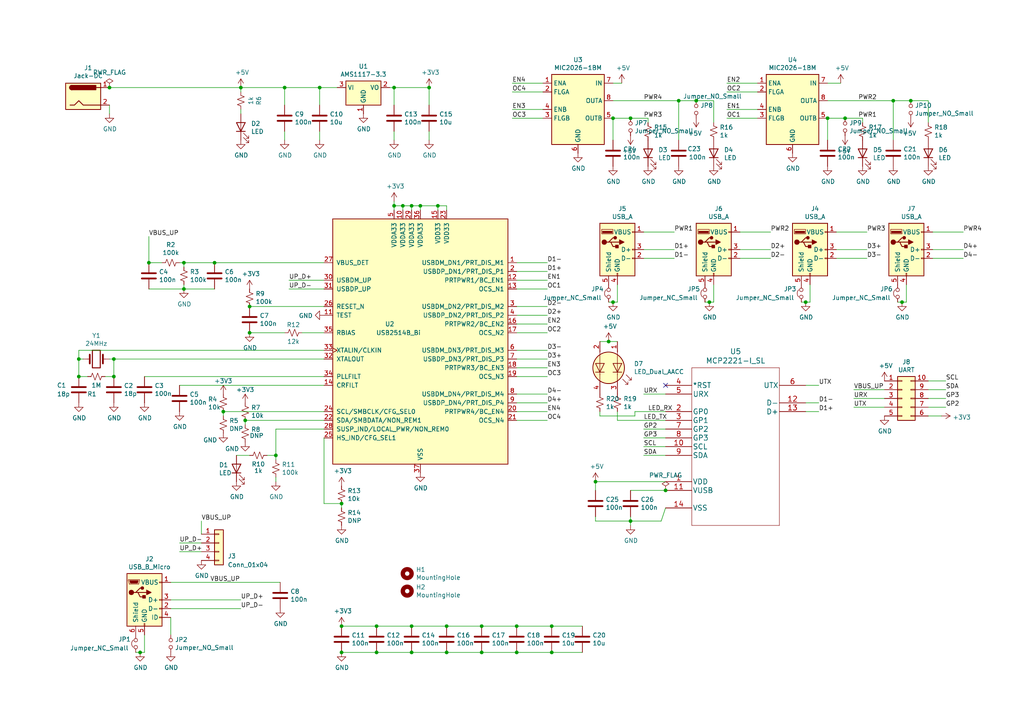
<source format=kicad_sch>
(kicad_sch (version 20230121) (generator eeschema)
  (paper "A4")
  (junction (at 177.8 34.29))
  (junction (at 82.55 25.4))
  (junction (at 182.88 151.13))
  (junction (at 149.86 189.23))
  (junction (at 233.68 87.63))
  (junction (at 139.7 189.23))
  (junction (at 33.02 104.14))
  (junction (at 64.77 119.38))
  (junction (at 31.75 25.4))
  (junction (at 69.85 25.4))
  (junction (at 201.93 29.21))
  (junction (at 92.71 25.4))
  (junction (at 72.39 96.52))
  (junction (at 119.38 59.69))
  (junction (at 121.92 59.69))
  (junction (at 119.38 189.23))
  (junction (at 72.39 88.9))
  (junction (at 109.22 181.61))
  (junction (at 40.64 189.23))
  (junction (at 205.74 87.63))
  (junction (at 80.01 132.08))
  (junction (at 261.62 87.63))
  (junction (at 33.02 109.22))
  (junction (at 53.34 76.2))
  (junction (at 22.86 104.14))
  (junction (at 116.84 59.69))
  (junction (at 182.88 34.29))
  (junction (at 196.85 29.21))
  (junction (at 176.53 99.06))
  (junction (at 129.54 181.61))
  (junction (at 43.18 76.2))
  (junction (at 114.3 59.69))
  (junction (at 62.23 76.2))
  (junction (at 264.16 29.21))
  (junction (at 124.46 25.4))
  (junction (at 22.86 109.22))
  (junction (at 99.06 181.61))
  (junction (at 172.72 139.7))
  (junction (at 160.02 189.23))
  (junction (at 129.54 189.23))
  (junction (at 177.8 87.63))
  (junction (at 99.06 146.05))
  (junction (at 193.04 142.24))
  (junction (at 240.03 34.29))
  (junction (at 114.3 25.4))
  (junction (at 245.11 34.29))
  (junction (at 149.86 181.61))
  (junction (at 119.38 181.61))
  (junction (at 127 59.69))
  (junction (at 71.12 121.92))
  (junction (at 53.34 83.82))
  (junction (at 160.02 181.61))
  (junction (at 139.7 181.61))
  (junction (at 99.06 189.23))
  (junction (at 109.22 189.23))
  (junction (at 259.08 29.21))
  (no_connect (at 193.04 111.76))
  (wire (pts (xy 234.95 87.63) (xy 234.95 82.55)))
  (wire (pts (xy 214.63 72.39) (xy 223.52 72.39)))
  (wire (pts (xy 269.24 118.11) (xy 274.32 118.11)))
  (wire (pts (xy 92.71 25.4) (xy 97.79 25.4)))
  (wire (pts (xy 207.01 87.63) (xy 207.01 82.55)))
  (wire (pts (xy 49.53 176.53) (xy 69.85 176.53)))
  (wire (pts (xy 49.53 173.99) (xy 69.85 173.99)))
  (wire (pts (xy 179.07 121.92) (xy 179.07 119.38)))
  (wire (pts (xy 93.98 81.28) (xy 83.82 81.28)))
  (wire (pts (xy 168.91 181.61) (xy 160.02 181.61)))
  (wire (pts (xy 149.86 104.14) (xy 158.75 104.14)))
  (wire (pts (xy 53.34 76.2) (xy 62.23 76.2)))
  (wire (pts (xy 247.65 115.57) (xy 256.54 115.57)))
  (wire (pts (xy 245.11 34.29) (xy 250.19 34.29)))
  (wire (pts (xy 93.98 121.92) (xy 71.12 121.92)))
  (wire (pts (xy 53.34 82.55) (xy 53.34 83.82)))
  (wire (pts (xy 149.86 116.84) (xy 158.75 116.84)))
  (wire (pts (xy 269.24 110.49) (xy 274.32 110.49)))
  (wire (pts (xy 114.3 58.42) (xy 114.3 59.69)))
  (wire (pts (xy 173.99 99.06) (xy 176.53 99.06)))
  (wire (pts (xy 182.88 151.13) (xy 191.77 151.13)))
  (wire (pts (xy 214.63 74.93) (xy 223.52 74.93)))
  (wire (pts (xy 262.89 87.63) (xy 262.89 82.55)))
  (wire (pts (xy 53.34 83.82) (xy 62.23 83.82)))
  (wire (pts (xy 233.68 111.76) (xy 237.49 111.76)))
  (wire (pts (xy 124.46 25.4) (xy 124.46 30.48)))
  (wire (pts (xy 219.71 24.13) (xy 210.82 24.13)))
  (wire (pts (xy 40.64 189.23) (xy 41.91 189.23)))
  (wire (pts (xy 233.68 119.38) (xy 237.49 119.38)))
  (wire (pts (xy 72.39 132.08) (xy 68.58 132.08)))
  (wire (pts (xy 22.86 101.6) (xy 22.86 104.14)))
  (wire (pts (xy 80.01 124.46) (xy 80.01 132.08)))
  (wire (pts (xy 269.24 115.57) (xy 274.32 115.57)))
  (wire (pts (xy 157.48 34.29) (xy 148.59 34.29)))
  (wire (pts (xy 39.37 189.23) (xy 40.64 189.23)))
  (wire (pts (xy 261.62 87.63) (xy 262.89 87.63)))
  (wire (pts (xy 82.55 25.4) (xy 92.71 25.4)))
  (wire (pts (xy 201.93 29.21) (xy 207.01 29.21)))
  (wire (pts (xy 113.03 25.4) (xy 114.3 25.4)))
  (wire (pts (xy 232.41 87.63) (xy 233.68 87.63)))
  (wire (pts (xy 25.4 109.22) (xy 22.86 109.22)))
  (wire (pts (xy 77.47 132.08) (xy 80.01 132.08)))
  (wire (pts (xy 243.84 24.13) (xy 240.03 24.13)))
  (wire (pts (xy 43.18 76.2) (xy 43.18 68.58)))
  (wire (pts (xy 149.86 81.28) (xy 158.75 81.28)))
  (wire (pts (xy 121.92 59.69) (xy 127 59.69)))
  (wire (pts (xy 33.02 109.22) (xy 33.02 104.14)))
  (wire (pts (xy 116.84 59.69) (xy 119.38 59.69)))
  (wire (pts (xy 82.55 96.52) (xy 72.39 96.52)))
  (wire (pts (xy 160.02 189.23) (xy 168.91 189.23)))
  (wire (pts (xy 149.86 181.61) (xy 139.7 181.61)))
  (wire (pts (xy 109.22 189.23) (xy 119.38 189.23)))
  (wire (pts (xy 41.91 109.22) (xy 93.98 109.22)))
  (wire (pts (xy 80.01 124.46) (xy 93.98 124.46)))
  (wire (pts (xy 82.55 38.1) (xy 82.55 40.64)))
  (wire (pts (xy 149.86 121.92) (xy 158.75 121.92)))
  (wire (pts (xy 52.07 111.76) (xy 93.98 111.76)))
  (wire (pts (xy 242.57 67.31) (xy 251.46 67.31)))
  (wire (pts (xy 157.48 31.75) (xy 148.59 31.75)))
  (wire (pts (xy 99.06 189.23) (xy 109.22 189.23)))
  (wire (pts (xy 182.88 34.29) (xy 187.96 34.29)))
  (wire (pts (xy 173.99 120.65) (xy 173.99 119.38)))
  (wire (pts (xy 127 60.96) (xy 127 59.69)))
  (wire (pts (xy 124.46 40.64) (xy 124.46 38.1)))
  (wire (pts (xy 43.18 76.2) (xy 46.99 76.2)))
  (wire (pts (xy 186.69 67.31) (xy 195.58 67.31)))
  (wire (pts (xy 93.98 101.6) (xy 22.86 101.6)))
  (wire (pts (xy 193.04 127) (xy 186.69 127)))
  (wire (pts (xy 119.38 59.69) (xy 121.92 59.69)))
  (wire (pts (xy 186.69 124.46) (xy 193.04 124.46)))
  (wire (pts (xy 93.98 119.38) (xy 64.77 119.38)))
  (wire (pts (xy 114.3 38.1) (xy 114.3 40.64)))
  (wire (pts (xy 87.63 96.52) (xy 93.98 96.52)))
  (wire (pts (xy 52.07 157.48) (xy 58.42 157.48)))
  (wire (pts (xy 187.96 35.56) (xy 187.96 34.29)))
  (wire (pts (xy 149.86 88.9) (xy 158.75 88.9)))
  (wire (pts (xy 149.86 76.2) (xy 158.75 76.2)))
  (wire (pts (xy 72.39 88.9) (xy 93.98 88.9)))
  (wire (pts (xy 193.04 114.3) (xy 186.69 114.3)))
  (wire (pts (xy 149.86 101.6) (xy 158.75 101.6)))
  (wire (pts (xy 80.01 133.35) (xy 80.01 132.08)))
  (wire (pts (xy 33.02 104.14) (xy 31.75 104.14)))
  (wire (pts (xy 179.07 99.06) (xy 176.53 99.06)))
  (wire (pts (xy 71.12 121.92) (xy 71.12 123.19)))
  (wire (pts (xy 204.47 87.63) (xy 205.74 87.63)))
  (wire (pts (xy 127 59.69) (xy 129.54 59.69)))
  (wire (pts (xy 186.69 129.54) (xy 193.04 129.54)))
  (wire (pts (xy 177.8 40.64) (xy 177.8 34.29)))
  (wire (pts (xy 69.85 25.4) (xy 82.55 25.4)))
  (wire (pts (xy 179.07 121.92) (xy 193.04 121.92)))
  (wire (pts (xy 250.19 35.56) (xy 250.19 34.29)))
  (wire (pts (xy 219.71 31.75) (xy 210.82 31.75)))
  (wire (pts (xy 41.91 189.23) (xy 41.91 184.15)))
  (wire (pts (xy 49.53 168.91) (xy 81.28 168.91)))
  (wire (pts (xy 196.85 29.21) (xy 201.93 29.21)))
  (wire (pts (xy 247.65 113.03) (xy 256.54 113.03)))
  (wire (pts (xy 49.53 184.15) (xy 49.53 179.07)))
  (wire (pts (xy 260.35 87.63) (xy 261.62 87.63)))
  (wire (pts (xy 93.98 83.82) (xy 83.82 83.82)))
  (wire (pts (xy 58.42 154.94) (xy 58.42 151.13)))
  (wire (pts (xy 149.86 93.98) (xy 158.75 93.98)))
  (wire (pts (xy 205.74 87.63) (xy 207.01 87.63)))
  (wire (pts (xy 53.34 77.47) (xy 53.34 76.2)))
  (wire (pts (xy 182.88 151.13) (xy 172.72 151.13)))
  (wire (pts (xy 129.54 181.61) (xy 119.38 181.61)))
  (wire (pts (xy 172.72 151.13) (xy 172.72 149.86)))
  (wire (pts (xy 180.34 24.13) (xy 177.8 24.13)))
  (wire (pts (xy 182.88 152.4) (xy 182.88 151.13)))
  (wire (pts (xy 114.3 59.69) (xy 114.3 60.96)))
  (wire (pts (xy 184.15 120.65) (xy 173.99 120.65)))
  (wire (pts (xy 179.07 87.63) (xy 179.07 82.55)))
  (wire (pts (xy 149.86 83.82) (xy 158.75 83.82)))
  (wire (pts (xy 177.8 29.21) (xy 196.85 29.21)))
  (wire (pts (xy 149.86 109.22) (xy 158.75 109.22)))
  (wire (pts (xy 62.23 76.2) (xy 93.98 76.2)))
  (wire (pts (xy 270.51 74.93) (xy 279.4 74.93)))
  (wire (pts (xy 52.07 160.02) (xy 58.42 160.02)))
  (wire (pts (xy 149.86 96.52) (xy 158.75 96.52)))
  (wire (pts (xy 177.8 34.29) (xy 182.88 34.29)))
  (wire (pts (xy 191.77 151.13) (xy 193.04 147.32)))
  (wire (pts (xy 193.04 132.08) (xy 186.69 132.08)))
  (wire (pts (xy 80.01 139.7) (xy 80.01 138.43)))
  (wire (pts (xy 114.3 59.69) (xy 116.84 59.69)))
  (wire (pts (xy 186.69 72.39) (xy 195.58 72.39)))
  (wire (pts (xy 33.02 104.14) (xy 93.98 104.14)))
  (wire (pts (xy 172.72 142.24) (xy 172.72 139.7)))
  (wire (pts (xy 114.3 25.4) (xy 124.46 25.4)))
  (wire (pts (xy 256.54 118.11) (xy 247.65 118.11)))
  (wire (pts (xy 69.85 31.75) (xy 69.85 33.02)))
  (wire (pts (xy 270.51 67.31) (xy 279.4 67.31)))
  (wire (pts (xy 237.49 116.84) (xy 233.68 116.84)))
  (wire (pts (xy 52.07 76.2) (xy 53.34 76.2)))
  (wire (pts (xy 184.15 119.38) (xy 193.04 119.38)))
  (wire (pts (xy 172.72 139.7) (xy 193.04 139.7)))
  (wire (pts (xy 109.22 181.61) (xy 99.06 181.61)))
  (wire (pts (xy 184.15 119.38) (xy 184.15 120.65)))
  (wire (pts (xy 139.7 181.61) (xy 129.54 181.61)))
  (wire (pts (xy 92.71 40.64) (xy 92.71 38.1)))
  (wire (pts (xy 149.86 189.23) (xy 160.02 189.23)))
  (wire (pts (xy 242.57 72.39) (xy 251.46 72.39)))
  (wire (pts (xy 182.88 151.13) (xy 182.88 149.86)))
  (wire (pts (xy 214.63 67.31) (xy 223.52 67.31)))
  (wire (pts (xy 149.86 119.38) (xy 158.75 119.38)))
  (wire (pts (xy 160.02 181.61) (xy 149.86 181.61)))
  (wire (pts (xy 196.85 40.64) (xy 196.85 29.21)))
  (wire (pts (xy 219.71 26.67) (xy 210.82 26.67)))
  (wire (pts (xy 182.88 142.24) (xy 193.04 142.24)))
  (wire (pts (xy 22.86 104.14) (xy 24.13 104.14)))
  (wire (pts (xy 149.86 91.44) (xy 158.75 91.44)))
  (wire (pts (xy 64.77 119.38) (xy 64.77 120.65)))
  (wire (pts (xy 129.54 59.69) (xy 129.54 60.96)))
  (wire (pts (xy 233.68 87.63) (xy 234.95 87.63)))
  (wire (pts (xy 269.24 113.03) (xy 274.32 113.03)))
  (wire (pts (xy 149.86 78.74) (xy 158.75 78.74)))
  (wire (pts (xy 157.48 26.67) (xy 148.59 26.67)))
  (wire (pts (xy 93.98 146.05) (xy 99.06 146.05)))
  (wire (pts (xy 139.7 189.23) (xy 149.86 189.23)))
  (wire (pts (xy 31.75 25.4) (xy 69.85 25.4)))
  (wire (pts (xy 186.69 74.93) (xy 195.58 74.93)))
  (wire (pts (xy 269.24 29.21) (xy 269.24 35.56)))
  (wire (pts (xy 149.86 114.3) (xy 158.75 114.3)))
  (wire (pts (xy 219.71 34.29) (xy 210.82 34.29)))
  (wire (pts (xy 119.38 181.61) (xy 109.22 181.61)))
  (wire (pts (xy 30.48 109.22) (xy 33.02 109.22)))
  (wire (pts (xy 69.85 26.67) (xy 69.85 25.4)))
  (wire (pts (xy 259.08 40.64) (xy 259.08 29.21)))
  (wire (pts (xy 121.92 60.96) (xy 121.92 59.69)))
  (wire (pts (xy 242.57 74.93) (xy 251.46 74.93)))
  (wire (pts (xy 116.84 60.96) (xy 116.84 59.69)))
  (wire (pts (xy 31.75 33.02) (xy 31.75 30.48)))
  (wire (pts (xy 157.48 24.13) (xy 148.59 24.13)))
  (wire (pts (xy 82.55 25.4) (xy 82.55 30.48)))
  (wire (pts (xy 22.86 109.22) (xy 22.86 104.14)))
  (wire (pts (xy 92.71 25.4) (xy 92.71 30.48)))
  (wire (pts (xy 240.03 40.64) (xy 240.03 34.29)))
  (wire (pts (xy 119.38 189.23) (xy 129.54 189.23)))
  (wire (pts (xy 259.08 29.21) (xy 264.16 29.21)))
  (wire (pts (xy 114.3 25.4) (xy 114.3 30.48)))
  (wire (pts (xy 177.8 87.63) (xy 179.07 87.63)))
  (wire (pts (xy 269.24 120.65) (xy 273.05 120.65)))
  (wire (pts (xy 240.03 34.29) (xy 245.11 34.29)))
  (wire (pts (xy 119.38 60.96) (xy 119.38 59.69)))
  (wire (pts (xy 99.06 146.05) (xy 99.06 147.32)))
  (wire (pts (xy 93.98 127) (xy 93.98 146.05)))
  (wire (pts (xy 149.86 106.68) (xy 158.75 106.68)))
  (wire (pts (xy 176.53 87.63) (xy 177.8 87.63)))
  (wire (pts (xy 240.03 29.21) (xy 259.08 29.21)))
  (wire (pts (xy 129.54 189.23) (xy 139.7 189.23)))
  (wire (pts (xy 270.51 72.39) (xy 279.4 72.39)))
  (wire (pts (xy 43.18 83.82) (xy 53.34 83.82)))
  (wire (pts (xy 207.01 29.21) (xy 207.01 35.56)))
  (wire (pts (xy 264.16 29.21) (xy 269.24 29.21)))
  (label "D2+" (at 158.75 91.44 0))
  (label "D3-" (at 158.75 101.6 0))
  (label "UTX" (at 247.65 118.11 0))
  (label "D3+" (at 251.46 72.39 0))
  (label "UTX" (at 237.49 111.76 0))
  (label "OC4" (at 158.75 121.92 0))
  (label "GP2" (at 274.32 118.11 0))
  (label "URX" (at 186.69 114.3 0))
  (label "EN4" (at 148.59 24.13 0))
  (label "VBUS_UP" (at 43.18 68.58 0))
  (label "OC2" (at 158.75 96.52 0))
  (label "D1-" (at 195.58 74.93 0))
  (label "OC3" (at 148.59 34.29 0))
  (label "VBUS_UP" (at 60.96 168.91 0))
  (label "D1-" (at 237.49 116.84 0))
  (label "UP_D-" (at 69.85 176.53 0))
  (label "PWR2" (at 248.92 29.21 0))
  (label "LED_TX" (at 186.69 121.92 0))
  (label "PWR3" (at 251.46 67.31 0))
  (label "GP3" (at 186.69 127 0))
  (label "UP_D+" (at 52.07 160.02 0))
  (label "SDA" (at 274.32 113.03 0))
  (label "D2+" (at 223.52 72.39 0))
  (label "PWR3" (at 186.69 34.29 0))
  (label "URX" (at 247.65 115.57 0))
  (label "PWR4" (at 186.69 29.21 0))
  (label "EN1" (at 158.75 81.28 0))
  (label "EN3" (at 148.59 31.75 0))
  (label "D1+" (at 237.49 119.38 0))
  (label "EN2" (at 158.75 93.98 0))
  (label "D3-" (at 251.46 74.93 0))
  (label "UP_D+" (at 83.82 81.28 0))
  (label "PWR2" (at 223.52 67.31 0))
  (label "PWR4" (at 279.4 67.31 0))
  (label "OC2" (at 210.82 26.67 0))
  (label "PWR1" (at 248.92 34.29 0))
  (label "VBUS_UP" (at 58.42 151.13 0))
  (label "EN4" (at 158.75 119.38 0))
  (label "VBUS_UP" (at 247.65 113.03 0))
  (label "GP3" (at 274.32 115.57 0))
  (label "SCL" (at 274.32 110.49 0))
  (label "OC4" (at 148.59 26.67 0))
  (label "D2-" (at 158.75 88.9 0))
  (label "D2-" (at 223.52 74.93 0))
  (label "OC1" (at 210.82 34.29 0))
  (label "D4-" (at 279.4 74.93 0))
  (label "D4+" (at 158.75 116.84 0))
  (label "D4-" (at 158.75 114.3 0))
  (label "D1+" (at 195.58 72.39 0))
  (label "EN1" (at 210.82 31.75 0))
  (label "D3+" (at 158.75 104.14 0))
  (label "D1-" (at 158.75 76.2 0))
  (label "LED_RX" (at 187.96 119.38 0))
  (label "PWR1" (at 195.58 67.31 0))
  (label "GP2" (at 186.69 124.46 0))
  (label "EN2" (at 210.82 24.13 0))
  (label "OC1" (at 158.75 83.82 0))
  (label "UP_D+" (at 69.85 173.99 0))
  (label "EN3" (at 158.75 106.68 0))
  (label "D1+" (at 158.75 78.74 0))
  (label "UP_D-" (at 83.82 83.82 0))
  (label "SDA" (at 186.69 132.08 0))
  (label "OC3" (at 158.75 109.22 0))
  (label "SCL" (at 186.69 129.54 0))
  (label "UP_D-" (at 52.07 157.48 0))
  (label "D4+" (at 279.4 72.39 0))
  (symbol (lib_id "Interface_USB:USB2514B_Bi") (at 121.92 99.06 0) (unit 1)
    (property "Reference" "U2" (at 113.03 93.98 0))
    (property "Value" "USB2514B_Bi" (at 115.57 96.52 0))
    (property "Footprint" "Package_DFN_QFN:QFN-36-1EP_6x6mm_P0.5mm_EP3.7x3.7mm" (effects hide))
    (property "Datasheet" "http://ww1.microchip.com/downloads/en/DeviceDoc/00001692C.pdf" (effects hide))
  )
  (symbol (lib_id "Device:Crystal") (at 27.94 104.14 0) (unit 1)
    (property "Reference" "Y1" (at 27.94 97.3328 0))
    (property "Value" "24MHz" (at 27.94 99.6442 0))
    (property "Footprint" "Crystal:Crystal_SMD_HC49-SD" (effects hide))
  )
  (symbol (lib_id "Device:R_Small_US") (at 74.93 132.08 90) (unit 1)
    (property "Reference" "R10" (at 74.93 134.62 90))
    (property "Value" "1k" (at 74.93 136.525 90))
    (property "Footprint" "Resistor_SMD:R_0603_1608Metric_Pad1.05x0.95mm_HandSolder" (effects hide))
  )
  (symbol (lib_id "Device:LED") (at 68.58 135.89 90) (unit 1)
    (property "Reference" "D1" (at 63.5 134.8486 90) (effects (justify right)))
    (property "Value" "LED" (at 63.5 137.16 90) (effects (justify right)))
    (property "Footprint" "LED_SMD:LED_0603_1608Metric_Pad1.05x0.95mm_HandSolder" (effects hide))
  )
  (symbol (lib_id "Device:R_Small_US") (at 72.39 86.36 0) (unit 1)
    (property "Reference" "R9" (at 74.1172 85.1916 0) (effects (justify left)))
    (property "Value" "100k" (at 74.1172 87.503 0) (effects (justify left)))
    (property "Footprint" "Resistor_SMD:R_0603_1608Metric_Pad1.05x0.95mm_HandSolder" (effects hide))
  )
  (symbol (lib_id "Device:R_Small_US") (at 27.94 109.22 90) (unit 1)
    (property "Reference" "R1" (at 26.67 114.3 90))
    (property "Value" "1M" (at 27.94 111.76 90))
    (property "Footprint" "Resistor_SMD:R_0603_1608Metric_Pad1.05x0.95mm_HandSolder" (effects hide))
  )
  (symbol (lib_id "power:GND") (at 68.58 139.7 0) (unit 1)
    (property "Reference" "#PWR012" (effects hide))
    (property "Value" "GND" (at 68.707 144.0942 0))
  )
  (symbol (lib_id "Device:C") (at 22.86 113.03 0) (unit 1)
    (property "Reference" "C1" (at 16.51 111.76 0) (effects (justify left)))
    (property "Value" "18p" (at 16.51 114.3 0) (effects (justify left)))
    (property "Footprint" "Capacitor_SMD:C_0603_1608Metric_Pad1.05x0.95mm_HandSolder" (effects hide))
  )
  (symbol (lib_id "Device:C") (at 33.02 113.03 0) (unit 1)
    (property "Reference" "C2" (at 35.941 111.8616 0) (effects (justify left)))
    (property "Value" "18p" (at 35.941 114.173 0) (effects (justify left)))
    (property "Footprint" "Capacitor_SMD:C_0603_1608Metric_Pad1.05x0.95mm_HandSolder" (effects hide))
  )
  (symbol (lib_id "power:GND") (at 22.86 116.84 0) (unit 1)
    (property "Reference" "#PWR01" (effects hide))
    (property "Value" "GND" (at 22.987 121.2342 0))
  )
  (symbol (lib_id "power:GND") (at 33.02 116.84 0) (unit 1)
    (property "Reference" "#PWR03" (effects hide))
    (property "Value" "GND" (at 33.147 121.2342 0))
  )
  (symbol (lib_id "Device:R_Small_US") (at 80.01 135.89 0) (unit 1)
    (property "Reference" "R11" (at 81.7372 134.7216 0) (effects (justify left)))
    (property "Value" "100k" (at 81.7372 137.033 0) (effects (justify left)))
    (property "Footprint" "Resistor_SMD:R_0603_1608Metric_Pad1.05x0.95mm_HandSolder" (effects hide))
  )
  (symbol (lib_id "power:GND") (at 80.01 139.7 0) (unit 1)
    (property "Reference" "#PWR019" (effects hide))
    (property "Value" "GND" (at 80.137 144.0942 0))
  )
  (symbol (lib_id "power:GND") (at 93.98 91.44 270) (unit 1)
    (property "Reference" "#PWR023" (effects hide))
    (property "Value" "GND" (at 90.7288 91.567 90) (effects (justify right)))
  )
  (symbol (lib_id "Device:C") (at 72.39 92.71 0) (unit 1)
    (property "Reference" "C7" (at 75.311 91.5416 0) (effects (justify left)))
    (property "Value" "100n" (at 75.311 93.853 0) (effects (justify left)))
    (property "Footprint" "Capacitor_SMD:C_0603_1608Metric_Pad1.05x0.95mm_HandSolder" (effects hide))
  )
  (symbol (lib_id "power:GND") (at 72.39 96.52 0) (unit 1)
    (property "Reference" "#PWR018" (effects hide))
    (property "Value" "GND" (at 72.517 100.9142 0))
  )
  (symbol (lib_id "Device:R_Small_US") (at 85.09 96.52 270) (unit 1)
    (property "Reference" "R12" (at 85.09 94.2086 90))
    (property "Value" "12k" (at 85.09 99.06 90))
    (property "Footprint" "Resistor_SMD:R_0603_1608Metric_Pad1.05x0.95mm_HandSolder" (effects hide))
  )
  (symbol (lib_id "usb_switch-rescue:+3.3V-power") (at 72.39 83.82 0) (unit 1)
    (property "Reference" "#PWR017" (effects hide))
    (property "Value" "+3.3V" (at 72.771 79.4258 0))
  )
  (symbol (lib_id "usb_switch-rescue:+3.3V-power") (at 114.3 58.42 0) (unit 1)
    (property "Reference" "#PWR030" (effects hide))
    (property "Value" "+3.3V" (at 114.681 54.0258 0))
  )
  (symbol (lib_id "power:GND") (at 121.92 137.16 0) (unit 1)
    (property "Reference" "#PWR031" (effects hide))
    (property "Value" "GND" (at 122.047 141.5542 0))
  )
  (symbol (lib_id "Device:R_Small_US") (at 53.34 80.01 0) (unit 1)
    (property "Reference" "R3" (at 55.0672 78.8416 0) (effects (justify left)))
    (property "Value" "100k" (at 55.0672 81.153 0) (effects (justify left)))
    (property "Footprint" "Resistor_SMD:R_0603_1608Metric_Pad1.05x0.95mm_HandSolder" (effects hide))
  )
  (symbol (lib_id "Device:R_Small_US") (at 49.53 76.2 270) (unit 1)
    (property "Reference" "R2" (at 49.53 70.993 90))
    (property "Value" "100k" (at 49.53 73.3044 90))
    (property "Footprint" "Resistor_SMD:R_0603_1608Metric_Pad1.05x0.95mm_HandSolder" (effects hide))
  )
  (symbol (lib_id "Device:C") (at 62.23 80.01 0) (unit 1)
    (property "Reference" "C6" (at 65.151 78.8416 0) (effects (justify left)))
    (property "Value" "100n" (at 65.151 81.153 0) (effects (justify left)))
    (property "Footprint" "Capacitor_SMD:C_0603_1608Metric_Pad1.05x0.95mm_HandSolder" (effects hide))
  )
  (symbol (lib_id "power:GND") (at 53.34 83.82 0) (unit 1)
    (property "Reference" "#PWR08" (effects hide))
    (property "Value" "GND" (at 53.467 88.2142 0))
  )
  (symbol (lib_id "Device:C") (at 43.18 80.01 0) (unit 1)
    (property "Reference" "C4" (at 46.101 78.8416 0) (effects (justify left)))
    (property "Value" "100n" (at 46.101 81.153 0) (effects (justify left)))
    (property "Footprint" "Capacitor_SMD:C_0603_1608Metric_Pad1.05x0.95mm_HandSolder" (effects hide))
  )
  (symbol (lib_id "Device:R_Small_US") (at 69.85 29.21 0) (unit 1)
    (property "Reference" "R6" (at 75.057 29.21 90))
    (property "Value" "1k" (at 72.7456 29.21 90))
    (property "Footprint" "Resistor_SMD:R_0603_1608Metric_Pad1.05x0.95mm_HandSolder" (effects hide))
  )
  (symbol (lib_id "Device:LED") (at 69.85 36.83 90) (unit 1)
    (property "Reference" "D2" (at 72.8218 35.8394 90) (effects (justify right)))
    (property "Value" "LED" (at 72.8218 38.1508 90) (effects (justify right)))
    (property "Footprint" "LED_SMD:LED_0603_1608Metric_Pad1.05x0.95mm_HandSolder" (effects hide))
  )
  (symbol (lib_id "power:GND") (at 69.85 40.64 0) (unit 1)
    (property "Reference" "#PWR014" (effects hide))
    (property "Value" "GND" (at 69.977 45.0342 0))
  )
  (symbol (lib_id "power:+5V") (at 69.85 25.4 0) (unit 1)
    (property "Reference" "#PWR013" (effects hide))
    (property "Value" "+5V" (at 70.231 21.0058 0))
  )
  (symbol (lib_id "Device:C") (at 82.55 34.29 0) (unit 1)
    (property "Reference" "C9" (at 85.471 33.1216 0) (effects (justify left)))
    (property "Value" "100n" (at 85.471 35.433 0) (effects (justify left)))
    (property "Footprint" "Capacitor_SMD:C_0603_1608Metric_Pad1.05x0.95mm_HandSolder" (effects hide))
  )
  (symbol (lib_id "Device:C") (at 92.71 34.29 0) (unit 1)
    (property "Reference" "C10" (at 95.631 33.1216 0) (effects (justify left)))
    (property "Value" "10u" (at 95.631 35.433 0) (effects (justify left)))
    (property "Footprint" "Capacitor_SMD:C_0603_1608Metric_Pad1.05x0.95mm_HandSolder" (effects hide))
  )
  (symbol (lib_id "power:GND") (at 82.55 40.64 0) (unit 1)
    (property "Reference" "#PWR021" (effects hide))
    (property "Value" "GND" (at 82.677 45.0342 0))
  )
  (symbol (lib_id "power:GND") (at 92.71 40.64 0) (unit 1)
    (property "Reference" "#PWR022" (effects hide))
    (property "Value" "GND" (at 92.837 45.0342 0))
  )
  (symbol (lib_id "Device:C") (at 99.06 185.42 0) (unit 1)
    (property "Reference" "C11" (at 101.981 184.2516 0) (effects (justify left)))
    (property "Value" "100n" (at 101.981 186.563 0) (effects (justify left)))
    (property "Footprint" "Capacitor_SMD:C_0603_1608Metric_Pad1.05x0.95mm_HandSolder" (effects hide))
  )
  (symbol (lib_id "Device:C") (at 109.22 185.42 0) (unit 1)
    (property "Reference" "C12" (at 112.141 184.2516 0) (effects (justify left)))
    (property "Value" "100n" (at 112.141 186.563 0) (effects (justify left)))
    (property "Footprint" "Capacitor_SMD:C_0603_1608Metric_Pad1.05x0.95mm_HandSolder" (effects hide))
  )
  (symbol (lib_id "Device:C") (at 119.38 185.42 0) (unit 1)
    (property "Reference" "C14" (at 122.301 184.2516 0) (effects (justify left)))
    (property "Value" "100n" (at 122.301 186.563 0) (effects (justify left)))
    (property "Footprint" "Capacitor_SMD:C_0603_1608Metric_Pad1.05x0.95mm_HandSolder" (effects hide))
  )
  (symbol (lib_id "Device:C") (at 129.54 185.42 0) (unit 1)
    (property "Reference" "C16" (at 132.461 184.2516 0) (effects (justify left)))
    (property "Value" "100n" (at 132.461 186.563 0) (effects (justify left)))
    (property "Footprint" "Capacitor_SMD:C_0603_1608Metric_Pad1.05x0.95mm_HandSolder" (effects hide))
  )
  (symbol (lib_id "Device:C") (at 139.7 185.42 0) (unit 1)
    (property "Reference" "C17" (at 142.621 184.2516 0) (effects (justify left)))
    (property "Value" "100n" (at 142.621 186.563 0) (effects (justify left)))
    (property "Footprint" "Capacitor_SMD:C_0603_1608Metric_Pad1.05x0.95mm_HandSolder" (effects hide))
  )
  (symbol (lib_id "Device:C") (at 149.86 185.42 0) (unit 1)
    (property "Reference" "C18" (at 152.781 184.2516 0) (effects (justify left)))
    (property "Value" "100n" (at 152.781 186.563 0) (effects (justify left)))
    (property "Footprint" "Capacitor_SMD:C_0603_1608Metric_Pad1.05x0.95mm_HandSolder" (effects hide))
  )
  (symbol (lib_id "Device:C") (at 160.02 185.42 0) (unit 1)
    (property "Reference" "C19" (at 162.941 184.2516 0) (effects (justify left)))
    (property "Value" "10u" (at 162.941 186.563 0) (effects (justify left)))
    (property "Footprint" "Capacitor_SMD:C_0603_1608Metric_Pad1.05x0.95mm_HandSolder" (effects hide))
  )
  (symbol (lib_id "Device:C") (at 168.91 185.42 0) (unit 1)
    (property "Reference" "C20" (at 171.831 184.2516 0) (effects (justify left)))
    (property "Value" "10u" (at 171.831 186.563 0) (effects (justify left)))
    (property "Footprint" "Capacitor_SMD:C_0603_1608Metric_Pad1.05x0.95mm_HandSolder" (effects hide))
  )
  (symbol (lib_id "power:GND") (at 99.06 189.23 0) (unit 1)
    (property "Reference" "#PWR027" (effects hide))
    (property "Value" "GND" (at 99.187 193.6242 0))
  )
  (symbol (lib_id "usb_switch-rescue:+3.3V-power") (at 99.06 181.61 0) (unit 1)
    (property "Reference" "#PWR026" (effects hide))
    (property "Value" "+3.3V" (at 99.441 177.2158 0))
  )
  (symbol (lib_id "Device:C") (at 52.07 115.57 0) (unit 1)
    (property "Reference" "C5" (at 54.991 114.4016 0) (effects (justify left)))
    (property "Value" "100n" (at 54.991 116.713 0) (effects (justify left)))
    (property "Footprint" "Capacitor_SMD:C_0603_1608Metric_Pad1.05x0.95mm_HandSolder" (effects hide))
  )
  (symbol (lib_id "Device:C") (at 41.91 113.03 0) (unit 1)
    (property "Reference" "C3" (at 44.831 111.8616 0) (effects (justify left)))
    (property "Value" "100n" (at 44.831 114.173 0) (effects (justify left)))
    (property "Footprint" "Capacitor_SMD:C_0603_1608Metric_Pad1.05x0.95mm_HandSolder" (effects hide))
  )
  (symbol (lib_id "power:GND") (at 41.91 116.84 0) (unit 1)
    (property "Reference" "#PWR05" (effects hide))
    (property "Value" "GND" (at 42.037 121.2342 0))
  )
  (symbol (lib_id "power:GND") (at 52.07 119.38 0) (unit 1)
    (property "Reference" "#PWR07" (effects hide))
    (property "Value" "GND" (at 52.197 123.7742 0))
  )
  (symbol (lib_id "Regulator_Linear:AMS1117-3.3") (at 105.41 25.4 0) (unit 1)
    (property "Reference" "U1" (at 105.41 19.2532 0))
    (property "Value" "AMS1117-3.3" (at 105.41 21.5646 0))
    (property "Footprint" "Package_TO_SOT_SMD:SOT-223-3_TabPin2" (effects hide))
    (property "Datasheet" "http://www.advanced-monolithic.com/pdf/ds1117.pdf" (effects hide))
  )
  (symbol (lib_id "Device:C") (at 114.3 34.29 0) (unit 1)
    (property "Reference" "C13" (at 117.221 33.1216 0) (effects (justify left)))
    (property "Value" "100n" (at 117.221 35.433 0) (effects (justify left)))
    (property "Footprint" "Capacitor_SMD:C_0603_1608Metric_Pad1.05x0.95mm_HandSolder" (effects hide))
  )
  (symbol (lib_id "Device:C") (at 124.46 34.29 0) (unit 1)
    (property "Reference" "C15" (at 127.381 33.1216 0) (effects (justify left)))
    (property "Value" "10u" (at 127.381 35.433 0) (effects (justify left)))
    (property "Footprint" "Capacitor_SMD:C_0603_1608Metric_Pad1.05x0.95mm_HandSolder" (effects hide))
  )
  (symbol (lib_id "power:GND") (at 114.3 40.64 0) (unit 1)
    (property "Reference" "#PWR029" (effects hide))
    (property "Value" "GND" (at 114.427 45.0342 0))
  )
  (symbol (lib_id "power:GND") (at 124.46 40.64 0) (unit 1)
    (property "Reference" "#PWR033" (effects hide))
    (property "Value" "GND" (at 124.587 45.0342 0))
  )
  (symbol (lib_id "power:GND") (at 105.41 33.02 0) (unit 1)
    (property "Reference" "#PWR028" (effects hide))
    (property "Value" "GND" (at 105.537 37.4142 0))
  )
  (symbol (lib_id "usb_switch-rescue:+3.3V-power") (at 124.46 25.4 0) (unit 1)
    (property "Reference" "#PWR032" (effects hide))
    (property "Value" "+3.3V" (at 124.841 21.0058 0))
  )
  (symbol (lib_id "Connector:Jack-DC") (at 24.13 27.94 0) (unit 1)
    (property "Reference" "J1" (at 25.5778 19.685 0))
    (property "Value" "Jack-DC" (at 25.5778 21.9964 0))
    (property "Footprint" "Connector_BarrelJack:BarrelJack_Wuerth_6941xx301002" (effects hide))
  )
  (symbol (lib_id "power:GND") (at 31.75 33.02 0) (unit 1)
    (property "Reference" "#PWR02" (effects hide))
    (property "Value" "GND" (at 31.877 37.4142 0))
  )
  (symbol (lib_id "Device:R_Small_US") (at 64.77 123.19 0) (unit 1)
    (property "Reference" "R5" (at 66.4972 122.0216 0) (effects (justify left)))
    (property "Value" "DNP" (at 66.4972 124.333 0) (effects (justify left)))
    (property "Footprint" "Resistor_SMD:R_0603_1608Metric_Pad1.05x0.95mm_HandSolder" (effects hide))
  )
  (symbol (lib_id "Device:R_Small_US") (at 64.77 116.84 0) (unit 1)
    (property "Reference" "R4" (at 60.325 115.7986 0) (effects (justify left)))
    (property "Value" "10k" (at 60.325 118.11 0) (effects (justify left)))
    (property "Footprint" "Resistor_SMD:R_0603_1608Metric_Pad1.05x0.95mm_HandSolder" (effects hide))
  )
  (symbol (lib_id "power:GND") (at 64.77 125.73 0) (unit 1)
    (property "Reference" "#PWR011" (effects hide))
    (property "Value" "GND" (at 60.96 127.635 0))
  )
  (symbol (lib_id "usb_switch-rescue:+3.3V-power") (at 64.77 114.3 0) (unit 1)
    (property "Reference" "#PWR010" (effects hide))
    (property "Value" "+3.3V" (at 64.77 110.49 0))
  )
  (symbol (lib_id "Device:R_Small_US") (at 99.06 149.86 0) (unit 1)
    (property "Reference" "R14" (at 100.7872 148.6916 0) (effects (justify left)))
    (property "Value" "DNP" (at 100.7872 151.003 0) (effects (justify left)))
    (property "Footprint" "Resistor_SMD:R_0603_1608Metric_Pad1.05x0.95mm_HandSolder" (effects hide))
  )
  (symbol (lib_id "Device:R_Small_US") (at 99.06 143.51 0) (unit 1)
    (property "Reference" "R13" (at 100.7872 142.3416 0) (effects (justify left)))
    (property "Value" "10k" (at 100.7872 144.653 0) (effects (justify left)))
    (property "Footprint" "Resistor_SMD:R_0603_1608Metric_Pad1.05x0.95mm_HandSolder" (effects hide))
  )
  (symbol (lib_id "power:GND") (at 99.06 152.4 0) (unit 1)
    (property "Reference" "#PWR025" (effects hide))
    (property "Value" "GND" (at 99.187 156.7942 0))
  )
  (symbol (lib_id "usb_switch-rescue:+3.3V-power") (at 99.06 140.97 0) (unit 1)
    (property "Reference" "#PWR024" (effects hide))
    (property "Value" "+3.3V" (at 99.441 136.5758 0))
  )
  (symbol (lib_id "usb_switch-rescue:USB_B_Micro-Connector") (at 41.91 173.99 0) (unit 1)
    (property "Reference" "J2" (at 43.3578 162.1282 0))
    (property "Value" "USB_B_Micro" (at 43.3578 164.4396 0))
    (property "Footprint" "Connector_USB:USB_Micro-B_Molex_47346-0001" (effects hide))
  )
  (symbol (lib_id "usb_switch-rescue:Jumper_NC_Small-Device") (at 39.37 186.69 90) (unit 1)
    (property "Reference" "JP1" (at 34.29 185.42 90) (effects (justify right)))
    (property "Value" "Jumper_NC_Small" (at 20.32 187.96 90) (effects (justify right)))
    (property "Footprint" "Jumper:SolderJumper-2_P1.3mm_Bridged_RoundedPad1.0x1.5mm" (effects hide))
  )
  (symbol (lib_id "power:GND") (at 40.64 189.23 0) (unit 1)
    (property "Reference" "#PWR04" (effects hide))
    (property "Value" "GND" (at 40.767 193.6242 0))
  )
  (symbol (lib_id "usb_switch-rescue:Jumper_NO_Small-Device") (at 49.53 186.69 270) (unit 1)
    (property "Reference" "JP2" (at 50.7492 185.5216 90) (effects (justify left)))
    (property "Value" "Jumper_NO_Small" (at 50.7492 187.833 90) (effects (justify left)))
    (property "Footprint" "Jumper:SolderJumper-2_P1.3mm_Open_RoundedPad1.0x1.5mm" (effects hide))
  )
  (symbol (lib_id "power:GND") (at 49.53 189.23 0) (unit 1)
    (property "Reference" "#PWR06" (effects hide))
    (property "Value" "GND" (at 49.657 193.6242 0))
  )
  (symbol (lib_id "Device:C") (at 81.28 172.72 0) (unit 1)
    (property "Reference" "C8" (at 84.201 171.5516 0) (effects (justify left)))
    (property "Value" "100n" (at 84.201 173.863 0) (effects (justify left)))
    (property "Footprint" "Capacitor_SMD:C_0603_1608Metric_Pad1.05x0.95mm_HandSolder" (effects hide))
  )
  (symbol (lib_id "power:GND") (at 81.28 176.53 0) (unit 1)
    (property "Reference" "#PWR020" (effects hide))
    (property "Value" "GND" (at 81.407 180.9242 0))
  )
  (symbol (lib_id "Connector_Generic:Conn_01x04") (at 63.5 157.48 0) (unit 1)
    (property "Reference" "J3" (at 66.04 161.29 0) (effects (justify left)))
    (property "Value" "Conn_01x04" (at 66.04 163.83 0) (effects (justify left)))
    (property "Footprint" "Connector_PinSocket_2.54mm:PinSocket_1x04_P2.54mm_Vertical" (effects hide))
  )
  (symbol (lib_id "power:GND") (at 58.42 162.56 0) (unit 1)
    (property "Reference" "#PWR09" (effects hide))
    (property "Value" "GND" (at 58.547 166.9542 0))
  )
  (symbol (lib_id "Power_Management:MIC2026-1BM") (at 167.64 31.75 0) (unit 1)
    (property "Reference" "U3" (at 167.64 17.3482 0))
    (property "Value" "MIC2026-1BM" (at 167.64 19.6596 0))
    (property "Footprint" "Package_SO:SOIC-8_3.9x4.9mm_P1.27mm" (effects hide))
    (property "Datasheet" "http://ww1.microchip.com/downloads/en/DeviceDoc/mic2026.pdf" (effects hide))
  )
  (symbol (lib_id "Mechanical:MountingHole") (at 118.11 166.37 0) (unit 1)
    (property "Reference" "H1" (at 120.65 165.2016 0) (effects (justify left)))
    (property "Value" "MountingHole" (at 120.65 167.513 0) (effects (justify left)))
    (property "Footprint" "MountingHole:MountingHole_2.2mm_M2" (effects hide))
  )
  (symbol (lib_id "Mechanical:MountingHole") (at 118.11 171.45 0) (unit 1)
    (property "Reference" "H2" (at 120.65 170.2816 0) (effects (justify left)))
    (property "Value" "MountingHole" (at 120.65 172.593 0) (effects (justify left)))
    (property "Footprint" "MountingHole:MountingHole_2.2mm_M2" (effects hide))
  )
  (symbol (lib_id "power:GND") (at 167.64 44.45 0) (unit 1)
    (property "Reference" "#PWR034" (effects hide))
    (property "Value" "GND" (at 167.767 48.8442 0))
  )
  (symbol (lib_id "power:+5V") (at 180.34 24.13 0) (unit 1)
    (property "Reference" "#PWR035" (effects hide))
    (property "Value" "+5V" (at 180.721 19.7358 0))
  )
  (symbol (lib_id "Power_Management:MIC2026-1BM") (at 229.87 31.75 0) (unit 1)
    (property "Reference" "U4" (at 229.87 17.3482 0))
    (property "Value" "MIC2026-1BM" (at 229.87 19.6596 0))
    (property "Footprint" "Package_SO:SOIC-8_3.9x4.9mm_P1.27mm" (effects hide))
    (property "Datasheet" "http://ww1.microchip.com/downloads/en/DeviceDoc/mic2026.pdf" (effects hide))
  )
  (symbol (lib_id "power:GND") (at 229.87 44.45 0) (unit 1)
    (property "Reference" "#PWR042" (effects hide))
    (property "Value" "GND" (at 229.997 48.8442 0))
  )
  (symbol (lib_id "power:+5V") (at 243.84 24.13 0) (unit 1)
    (property "Reference" "#PWR045" (effects hide))
    (property "Value" "+5V" (at 244.221 19.7358 0))
  )
  (symbol (lib_id "usb_switch-rescue:USB_A-Connector") (at 179.07 72.39 0) (unit 1)
    (property "Reference" "J5" (at 180.5178 60.5282 0))
    (property "Value" "USB_A" (at 180.5178 62.8396 0))
    (property "Footprint" "solar_mppt1:USB_A_Stewart_SS-52100-001_Horizontal" (effects hide))
    (property "Datasheet" " ~" (effects hide))
  )
  (symbol (lib_id "usb_switch-rescue:Jumper_NC_Small-Device") (at 176.53 85.09 90) (unit 1)
    (property "Reference" "JP4" (at 171.45 83.82 90) (effects (justify right)))
    (property "Value" "Jumper_NC_Small" (at 157.48 86.36 90) (effects (justify right)))
    (property "Footprint" "Jumper:SolderJumper-2_P1.3mm_Bridged_RoundedPad1.0x1.5mm" (effects hide))
  )
  (symbol (lib_id "power:GND") (at 177.8 87.63 0) (unit 1)
    (property "Reference" "#PWR040" (effects hide))
    (property "Value" "GND" (at 177.927 92.0242 0))
  )
  (symbol (lib_id "usb_switch-rescue:USB_A-Connector") (at 207.01 72.39 0) (unit 1)
    (property "Reference" "J6" (at 208.4578 60.5282 0))
    (property "Value" "USB_A" (at 208.4578 62.8396 0))
    (property "Footprint" "solar_mppt1:USB_A_Stewart_SS-52100-001_Horizontal" (effects hide))
    (property "Datasheet" " ~" (effects hide))
  )
  (symbol (lib_id "usb_switch-rescue:Jumper_NC_Small-Device") (at 204.47 85.09 90) (unit 1)
    (property "Reference" "JP5" (at 199.39 83.82 90) (effects (justify right)))
    (property "Value" "Jumper_NC_Small" (at 185.42 86.36 90) (effects (justify right)))
    (property "Footprint" "Jumper:SolderJumper-2_P1.3mm_Bridged_RoundedPad1.0x1.5mm" (effects hide))
  )
  (symbol (lib_id "power:GND") (at 205.74 87.63 0) (unit 1)
    (property "Reference" "#PWR043" (effects hide))
    (property "Value" "GND" (at 205.867 92.0242 0))
  )
  (symbol (lib_id "usb_switch-rescue:USB_A-Connector") (at 234.95 72.39 0) (unit 1)
    (property "Reference" "J4" (at 236.3978 60.5282 0))
    (property "Value" "USB_A" (at 236.3978 62.8396 0))
    (property "Footprint" "solar_mppt1:USB_A_Stewart_SS-52100-001_Horizontal" (effects hide))
    (property "Datasheet" " ~" (effects hide))
  )
  (symbol (lib_id "usb_switch-rescue:Jumper_NC_Small-Device") (at 232.41 85.09 90) (unit 1)
    (property "Reference" "JP3" (at 227.33 83.82 90) (effects (justify right)))
    (property "Value" "Jumper_NC_Small" (at 213.36 86.36 90) (effects (justify right)))
    (property "Footprint" "Jumper:SolderJumper-2_P1.3mm_Bridged_RoundedPad1.0x1.5mm" (effects hide))
  )
  (symbol (lib_id "power:GND") (at 233.68 87.63 0) (unit 1)
    (property "Reference" "#PWR039" (effects hide))
    (property "Value" "GND" (at 233.807 92.0242 0))
  )
  (symbol (lib_id "usb_switch-rescue:USB_A-Connector") (at 262.89 72.39 0) (unit 1)
    (property "Reference" "J7" (at 264.3378 60.5282 0))
    (property "Value" "USB_A" (at 264.3378 62.8396 0))
    (property "Footprint" "solar_mppt1:USB_A_Stewart_SS-52100-001_Horizontal" (effects hide))
    (property "Datasheet" " ~" (effects hide))
  )
  (symbol (lib_id "usb_switch-rescue:Jumper_NC_Small-Device") (at 260.35 85.09 90) (unit 1)
    (property "Reference" "JP6" (at 255.27 83.82 90) (effects (justify right)))
    (property "Value" "Jumper_NC_Small" (at 241.3 86.36 90) (effects (justify right)))
    (property "Footprint" "Jumper:SolderJumper-2_P1.3mm_Bridged_RoundedPad1.0x1.5mm" (effects hide))
  )
  (symbol (lib_id "power:GND") (at 261.62 87.63 0) (unit 1)
    (property "Reference" "#PWR044" (effects hide))
    (property "Value" "GND" (at 261.747 92.0242 0))
  )
  (symbol (lib_id "Device:LED") (at 187.96 44.45 90) (unit 1)
    (property "Reference" "D3" (at 190.9318 43.4594 90) (effects (justify right)))
    (property "Value" "LED" (at 190.9318 45.7708 90) (effects (justify right)))
    (property "Footprint" "LED_SMD:LED_0603_1608Metric_Pad1.05x0.95mm_HandSolder" (effects hide))
  )
  (symbol (lib_id "power:GND") (at 187.96 48.26 0) (unit 1)
    (property "Reference" "#PWR037" (effects hide))
    (property "Value" "GND" (at 188.087 52.6542 0))
  )
  (symbol (lib_id "Device:C") (at 259.08 44.45 0) (unit 1)
    (property "Reference" "C21" (at 262.001 43.2816 0) (effects (justify left)))
    (property "Value" "100n" (at 262.001 45.593 0) (effects (justify left)))
    (property "Footprint" "Capacitor_SMD:C_0603_1608Metric_Pad1.05x0.95mm_HandSolder" (effects hide))
  )
  (symbol (lib_id "power:GND") (at 177.8 48.26 0) (unit 1)
    (property "Reference" "#PWR036" (effects hide))
    (property "Value" "GND" (at 177.927 52.6542 0))
  )
  (symbol (lib_id "Device:R_Small_US") (at 187.96 38.1 0) (unit 1)
    (property "Reference" "R15" (at 189.6872 36.9316 0) (effects (justify left)))
    (property "Value" "1k" (at 189.6872 39.243 0) (effects (justify left)))
    (property "Footprint" "Resistor_SMD:R_0603_1608Metric_Pad1.05x0.95mm_HandSolder" (effects hide))
  )
  (symbol (lib_id "Device:LED") (at 207.01 44.45 90) (unit 1)
    (property "Reference" "D4" (at 209.9818 43.4594 90) (effects (justify right)))
    (property "Value" "LED" (at 209.9818 45.7708 90) (effects (justify right)))
    (property "Footprint" "LED_SMD:LED_0603_1608Metric_Pad1.05x0.95mm_HandSolder" (effects hide))
  )
  (symbol (lib_id "power:GND") (at 207.01 48.26 0) (unit 1)
    (property "Reference" "#PWR041" (effects hide))
    (property "Value" "GND" (at 207.137 52.6542 0))
  )
  (symbol (lib_id "Device:C") (at 240.03 44.45 0) (unit 1)
    (property "Reference" "C22" (at 242.951 43.2816 0) (effects (justify left)))
    (property "Value" "100n" (at 242.951 45.593 0) (effects (justify left)))
    (property "Footprint" "Capacitor_SMD:C_0603_1608Metric_Pad1.05x0.95mm_HandSolder" (effects hide))
  )
  (symbol (lib_id "power:GND") (at 196.85 48.26 0) (unit 1)
    (property "Reference" "#PWR038" (effects hide))
    (property "Value" "GND" (at 196.977 52.6542 0))
  )
  (symbol (lib_id "Device:R_Small_US") (at 207.01 38.1 0) (unit 1)
    (property "Reference" "R16" (at 208.7372 36.9316 0) (effects (justify left)))
    (property "Value" "1k" (at 208.7372 39.243 0) (effects (justify left)))
    (property "Footprint" "Resistor_SMD:R_0603_1608Metric_Pad1.05x0.95mm_HandSolder" (effects hide))
  )
  (symbol (lib_id "Device:LED") (at 250.19 44.45 90) (unit 1)
    (property "Reference" "D5" (at 253.1618 43.4594 90) (effects (justify right)))
    (property "Value" "LED" (at 253.1618 45.7708 90) (effects (justify right)))
    (property "Footprint" "LED_SMD:LED_0603_1608Metric_Pad1.05x0.95mm_HandSolder" (effects hide))
  )
  (symbol (lib_id "power:GND") (at 250.19 48.26 0) (unit 1)
    (property "Reference" "#PWR047" (effects hide))
    (property "Value" "GND" (at 250.317 52.6542 0))
  )
  (symbol (lib_id "Device:C") (at 196.85 44.45 0) (unit 1)
    (property "Reference" "C23" (at 199.39 43.18 0) (effects (justify left)))
    (property "Value" "100n" (at 199.771 45.593 0) (effects (justify left)))
    (property "Footprint" "Capacitor_SMD:C_0603_1608Metric_Pad1.05x0.95mm_HandSolder" (effects hide))
  )
  (symbol (lib_id "power:GND") (at 240.03 48.26 0) (unit 1)
    (property "Reference" "#PWR046" (effects hide))
    (property "Value" "GND" (at 240.157 52.6542 0))
  )
  (symbol (lib_id "Device:R_Small_US") (at 250.19 38.1 0) (unit 1)
    (property "Reference" "R17" (at 251.9172 36.9316 0) (effects (justify left)))
    (property "Value" "1k" (at 251.9172 39.243 0) (effects (justify left)))
    (property "Footprint" "Resistor_SMD:R_0603_1608Metric_Pad1.05x0.95mm_HandSolder" (effects hide))
  )
  (symbol (lib_id "Device:LED") (at 269.24 44.45 90) (unit 1)
    (property "Reference" "D6" (at 272.2118 43.4594 90) (effects (justify right)))
    (property "Value" "LED" (at 272.2118 45.7708 90) (effects (justify right)))
    (property "Footprint" "LED_SMD:LED_0603_1608Metric_Pad1.05x0.95mm_HandSolder" (effects hide))
  )
  (symbol (lib_id "power:GND") (at 269.24 48.26 0) (unit 1)
    (property "Reference" "#PWR049" (effects hide))
    (property "Value" "GND" (at 269.367 52.6542 0))
  )
  (symbol (lib_id "Device:C") (at 177.8 44.45 0) (unit 1)
    (property "Reference" "C24" (at 180.721 43.2816 0) (effects (justify left)))
    (property "Value" "100n" (at 180.721 45.593 0) (effects (justify left)))
    (property "Footprint" "Capacitor_SMD:C_0603_1608Metric_Pad1.05x0.95mm_HandSolder" (effects hide))
  )
  (symbol (lib_id "power:GND") (at 259.08 48.26 0) (unit 1)
    (property "Reference" "#PWR048" (effects hide))
    (property "Value" "GND" (at 259.207 52.6542 0))
  )
  (symbol (lib_id "Device:R_Small_US") (at 269.24 38.1 0) (unit 1)
    (property "Reference" "R18" (at 270.9672 36.9316 0) (effects (justify left)))
    (property "Value" "1k" (at 270.9672 39.243 0) (effects (justify left)))
    (property "Footprint" "Resistor_SMD:R_0603_1608Metric_Pad1.05x0.95mm_HandSolder" (effects hide))
  )
  (symbol (lib_id "Device:R_Small_US") (at 71.12 125.73 0) (unit 1)
    (property "Reference" "R8" (at 72.8472 124.5616 0) (effects (justify left)))
    (property "Value" "DNP" (at 72.39 126.365 0) (effects (justify left)))
    (property "Footprint" "Resistor_SMD:R_0603_1608Metric_Pad1.05x0.95mm_HandSolder" (effects hide))
  )
  (symbol (lib_id "Device:R_Small_US") (at 71.12 119.38 0) (unit 1)
    (property "Reference" "R7" (at 72.8472 118.2116 0) (effects (justify left)))
    (property "Value" "10k" (at 72.8472 120.523 0) (effects (justify left)))
    (property "Footprint" "Resistor_SMD:R_0603_1608Metric_Pad1.05x0.95mm_HandSolder" (effects hide))
  )
  (symbol (lib_id "power:GND") (at 71.12 128.27 0) (unit 1)
    (property "Reference" "#PWR016" (effects hide))
    (property "Value" "GND" (at 67.31 130.175 0))
  )
  (symbol (lib_id "usb_switch-rescue:+3.3V-power") (at 71.12 116.84 0) (unit 1)
    (property "Reference" "#PWR015" (effects hide))
    (property "Value" "+3.3V" (at 71.12 113.03 0))
  )
  (symbol (lib_id "power:PWR_FLAG") (at 31.75 25.4 0) (unit 1)
    (property "Reference" "#FLG0101" (effects hide))
    (property "Value" "PWR_FLAG" (at 31.75 21.0058 0))
  )
  (symbol (lib_id "usb_switch-rescue:Jumper_NO_Small-Device") (at 182.88 36.83 270) (unit 1)
    (property "Reference" "JP7" (at 184.0992 35.6616 90) (effects (justify left)))
    (property "Value" "Jumper_NO_Small" (at 184.0992 37.973 90) (effects (justify left)))
    (property "Footprint" "Jumper:SolderJumper-2_P1.3mm_Open_RoundedPad1.0x1.5mm" (effects hide))
  )
  (symbol (lib_id "usb_switch-rescue:Jumper_NO_Small-Device") (at 201.93 31.75 270) (unit 1)
    (property "Reference" "JP8" (at 203.1492 30.5816 90) (effects (justify left)))
    (property "Value" "Jumper_NO_Small" (at 198.12 27.94 90) (effects (justify left)))
    (property "Footprint" "Jumper:SolderJumper-2_P1.3mm_Open_RoundedPad1.0x1.5mm" (effects hide))
  )
  (symbol (lib_id "usb_switch-rescue:Jumper_NO_Small-Device") (at 264.16 31.75 270) (unit 1)
    (property "Reference" "JP10" (at 265.3792 30.5816 90) (effects (justify left)))
    (property "Value" "Jumper_NO_Small" (at 265.3792 32.893 90) (effects (justify left)))
    (property "Footprint" "Jumper:SolderJumper-2_P1.3mm_Open_RoundedPad1.0x1.5mm" (effects hide))
  )
  (symbol (lib_id "usb_switch-rescue:Jumper_NO_Small-Device") (at 245.11 36.83 270) (unit 1)
    (property "Reference" "JP9" (at 246.3292 35.6616 90) (effects (justify left)))
    (property "Value" "Jumper_NO_Small" (at 246.3292 37.973 90) (effects (justify left)))
    (property "Footprint" "Jumper:SolderJumper-2_P1.3mm_Open_RoundedPad1.0x1.5mm" (effects hide))
  )
  (symbol (lib_id "power:+5V") (at 245.11 39.37 180) (unit 1)
    (property "Reference" "#PWR052" (effects hide))
    (property "Value" "+5V" (at 244.729 43.7642 0))
  )
  (symbol (lib_id "power:+5V") (at 264.16 34.29 180) (unit 1)
    (property "Reference" "#PWR053" (effects hide))
    (property "Value" "+5V" (at 263.779 38.6842 0))
  )
  (symbol (lib_id "power:+5V") (at 182.88 39.37 180) (unit 1)
    (property "Reference" "#PWR050" (effects hide))
    (property "Value" "+5V" (at 182.499 43.7642 0))
  )
  (symbol (lib_id "power:+5V") (at 201.93 34.29 180) (unit 1)
    (property "Reference" "#PWR051" (effects hide))
    (property "Value" "+5V" (at 201.549 38.6842 0))
  )
  (symbol (lib_id "usb_switch-rescue:MCP2221-I_SL-2021-05-09_14-45-33") (at 193.04 111.76 0) (unit 1)
    (property "Reference" "U5" (at 213.36 101.9302 0) (effects (font (size 1.524 1.524))))
    (property "Value" "MCP2221-I_SL" (at 213.36 104.6226 0) (effects (font (size 1.524 1.524))))
    (property "Footprint" "solar_mppt:MCP2221-I_SL" (effects hide))
  )
  (symbol (lib_id "power:GND") (at 182.88 152.4 0) (unit 1)
    (property "Reference" "#PWR054" (effects hide))
    (property "Value" "GND" (at 183.007 156.7942 0))
  )
  (symbol (lib_id "Connector_Generic:Conn_02x05_Counter_Clockwise") (at 261.62 115.57 0) (unit 1)
    (property "Reference" "J8" (at 262.89 104.9782 0))
    (property "Value" "UART" (at 262.89 107.2896 0))
    (property "Footprint" "Connector_PinSocket_2.54mm:PinSocket_2x05_P2.54mm_Horizontal" (effects hide))
  )
  (symbol (lib_id "power:GND") (at 256.54 120.65 0) (unit 1)
    (property "Reference" "#PWR057" (effects hide))
    (property "Value" "GND" (at 256.667 125.0442 0))
  )
  (symbol (lib_id "Device:C") (at 182.88 146.05 0) (unit 1)
    (property "Reference" "C26" (at 185.801 144.8816 0) (effects (justify left)))
    (property "Value" "100n" (at 185.801 147.193 0) (effects (justify left)))
    (property "Footprint" "Capacitor_SMD:C_0603_1608Metric_Pad1.05x0.95mm_HandSolder" (effects hide))
  )
  (symbol (lib_id "Device:C") (at 172.72 146.05 0) (unit 1)
    (property "Reference" "C25" (at 175.641 144.8816 0) (effects (justify left)))
    (property "Value" "100n" (at 175.641 147.193 0) (effects (justify left)))
    (property "Footprint" "Capacitor_SMD:C_0603_1608Metric_Pad1.05x0.95mm_HandSolder" (effects hide))
  )
  (symbol (lib_id "power:+5V") (at 172.72 139.7 0) (unit 1)
    (property "Reference" "#PWR055" (effects hide))
    (property "Value" "+5V" (at 173.101 135.3058 0))
  )
  (symbol (lib_id "power:+5V") (at 256.54 110.49 0) (unit 1)
    (property "Reference" "#PWR056" (effects hide))
    (property "Value" "+5V" (at 256.921 106.0958 0))
  )
  (symbol (lib_id "usb_switch-rescue:+3.3V-power") (at 273.05 120.65 270) (unit 1)
    (property "Reference" "#PWR058" (effects hide))
    (property "Value" "+3.3V" (at 276.3012 121.031 90) (effects (justify left)))
  )
  (symbol (lib_id "Device:R_Small_US") (at 173.99 116.84 0) (unit 1)
    (property "Reference" "R20" (at 175.7172 115.6716 0) (effects (justify left)))
    (property "Value" "1k" (at 175.7172 117.983 0) (effects (justify left)))
    (property "Footprint" "Resistor_SMD:R_0603_1608Metric_Pad1.05x0.95mm_HandSolder" (effects hide))
  )
  (symbol (lib_id "Device:R_Small_US") (at 179.07 116.84 0) (unit 1)
    (property "Reference" "R19" (at 180.7972 115.6716 0) (effects (justify left)))
    (property "Value" "1k" (at 180.7972 117.983 0) (effects (justify left)))
    (property "Footprint" "Resistor_SMD:R_0603_1608Metric" (effects hide))
  )
  (symbol (lib_id "power:+5V") (at 176.53 99.06 0) (unit 1)
    (property "Reference" "#PWR059" (effects hide))
    (property "Value" "+5V" (at 176.911 94.6658 0))
  )
  (symbol (lib_id "power:PWR_FLAG") (at 193.04 142.24 0) (unit 1)
    (property "Reference" "#FLG0102" (effects hide))
    (property "Value" "PWR_FLAG" (at 193.04 137.8458 0))
  )
  (symbol (lib_id "usb_switch-rescue:LED_Dual_AACC-Device") (at 176.53 106.68 270) (unit 1)
    (property "Reference" "D7" (at 183.8452 105.5116 90) (effects (justify left)))
    (property "Value" "LED_Dual_AACC" (at 183.8452 107.823 90) (effects (justify left)))
    (property "Footprint" "LED_SMD:LED_SK6812_EC15_1.5x1.5mm" (effects hide))
  )
)
</source>
